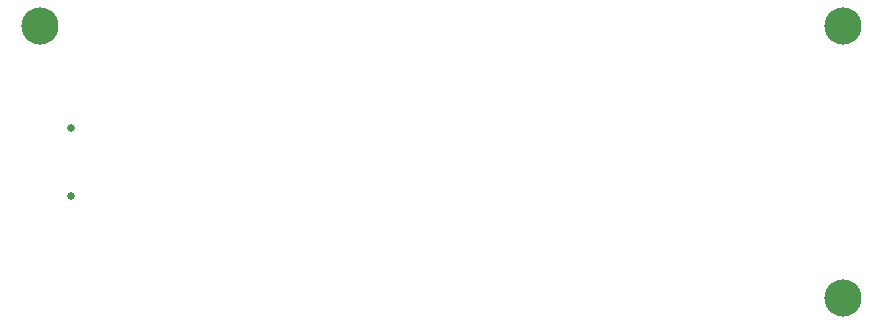
<source format=gbr>
%TF.GenerationSoftware,Altium Limited,Altium Designer,24.0.1 (36)*%
G04 Layer_Color=0*
%FSLAX45Y45*%
%MOMM*%
%TF.SameCoordinates,65C793CC-7C80-44E8-9821-AA658A2EEAB5*%
%TF.FilePolarity,Positive*%
%TF.FileFunction,NonPlated,1,2,NPTH,Drill*%
%TF.Part,Single*%
G01*
G75*
%TA.AperFunction,ComponentDrill*%
%ADD89C,3.15000*%
%ADD90C,0.65000*%
D89*
X7150000Y2650000D02*
D03*
X350000D02*
D03*
X7150000Y350000D02*
D03*
D90*
X618000Y1789000D02*
D03*
Y1211000D02*
D03*
%TF.MD5,424ac41a7828aa999d7d4bdf312ec6f0*%
M02*

</source>
